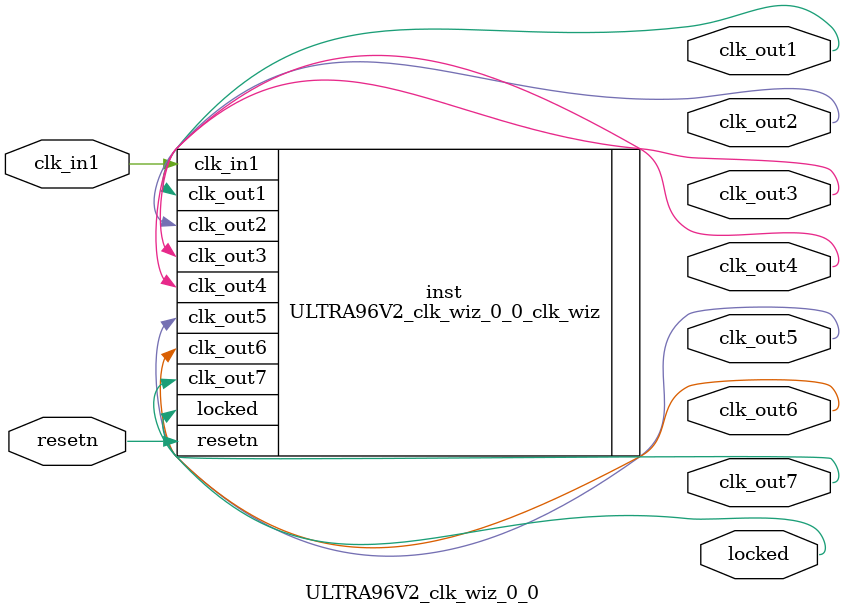
<source format=v>


`timescale 1ps/1ps

(* CORE_GENERATION_INFO = "ULTRA96V2_clk_wiz_0_0,clk_wiz_v6_0_4_0_0,{component_name=ULTRA96V2_clk_wiz_0_0,use_phase_alignment=false,use_min_o_jitter=false,use_max_i_jitter=false,use_dyn_phase_shift=false,use_inclk_switchover=false,use_dyn_reconfig=false,enable_axi=0,feedback_source=FDBK_AUTO,PRIMITIVE=MMCM,num_out_clk=7,clkin1_period=10.000,clkin2_period=10.000,use_power_down=false,use_reset=true,use_locked=true,use_inclk_stopped=false,feedback_type=SINGLE,CLOCK_MGR_TYPE=NA,manual_override=false}" *)

module ULTRA96V2_clk_wiz_0_0 
 (
  // Clock out ports
  output        clk_out1,
  output        clk_out2,
  output        clk_out3,
  output        clk_out4,
  output        clk_out5,
  output        clk_out6,
  output        clk_out7,
  // Status and control signals
  input         resetn,
  output        locked,
 // Clock in ports
  input         clk_in1
 );

  ULTRA96V2_clk_wiz_0_0_clk_wiz inst
  (
  // Clock out ports  
  .clk_out1(clk_out1),
  .clk_out2(clk_out2),
  .clk_out3(clk_out3),
  .clk_out4(clk_out4),
  .clk_out5(clk_out5),
  .clk_out6(clk_out6),
  .clk_out7(clk_out7),
  // Status and control signals               
  .resetn(resetn), 
  .locked(locked),
 // Clock in ports
  .clk_in1(clk_in1)
  );

endmodule

</source>
